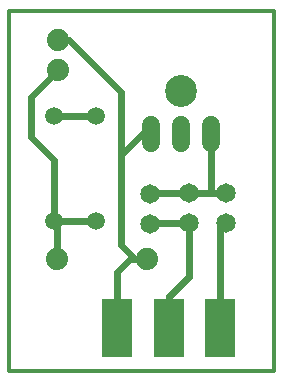
<source format=gbl>
G75*
%MOIN*%
%OFA0B0*%
%FSLAX24Y24*%
%IPPOS*%
%LPD*%
%AMOC8*
5,1,8,0,0,1.08239X$1,22.5*
%
%ADD10C,0.0120*%
%ADD11C,0.1065*%
%ADD12C,0.0600*%
%ADD13C,0.0650*%
%ADD14C,0.0740*%
%ADD15R,0.1043X0.1969*%
%ADD16C,0.0591*%
%ADD17C,0.0240*%
D10*
X000533Y000160D02*
X000533Y012160D01*
X009383Y012160D01*
X009383Y000160D01*
X000533Y000160D01*
D11*
X006283Y009510D03*
D12*
X006283Y008360D02*
X006283Y007760D01*
X005283Y007760D02*
X005283Y008360D01*
X007283Y008360D02*
X007283Y007760D01*
D13*
X007783Y006110D03*
X007783Y005110D03*
X006533Y005110D03*
X006533Y006110D03*
X005233Y006060D03*
X005233Y005060D03*
D14*
X005133Y003910D03*
X002133Y003910D03*
X002183Y010210D03*
X002183Y011210D03*
D15*
X004133Y001610D03*
X005879Y001610D03*
X007588Y001610D03*
D16*
X003433Y005160D03*
X002033Y005160D03*
X002033Y008660D03*
X003433Y008660D03*
D17*
X002033Y008660D01*
X001283Y009310D02*
X001283Y007960D01*
X002033Y007210D01*
X002033Y005160D01*
X003433Y005160D01*
X004283Y004360D02*
X004733Y003910D01*
X004583Y003910D01*
X004133Y003460D01*
X004133Y001610D01*
X005879Y001610D02*
X005879Y002656D01*
X006533Y003310D01*
X006533Y005110D01*
X005283Y005110D01*
X005233Y005060D01*
X005233Y006060D02*
X005283Y006110D01*
X006533Y006110D01*
X007283Y006110D01*
X007283Y008060D01*
X007283Y006110D02*
X007783Y006110D01*
X007783Y005110D02*
X007588Y004914D01*
X007588Y001610D01*
X005133Y003910D02*
X004733Y003910D01*
X004283Y004360D02*
X004283Y007360D01*
X004283Y009460D01*
X002533Y011210D01*
X002183Y011210D01*
X002183Y010210D02*
X001283Y009310D01*
X004283Y007360D02*
X004983Y008060D01*
X005283Y008060D01*
X002133Y005060D02*
X002033Y005160D01*
X002133Y005060D02*
X002133Y003910D01*
M02*

</source>
